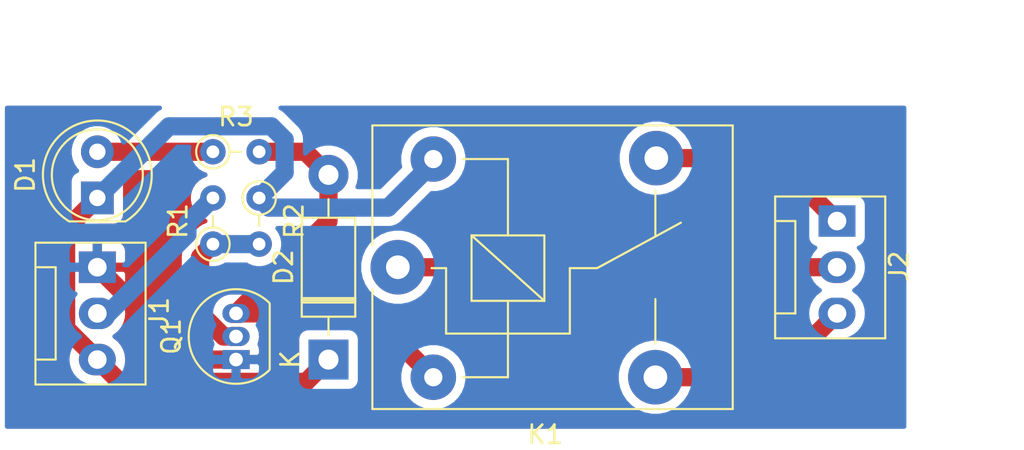
<source format=kicad_pcb>
(kicad_pcb (version 20171130) (host pcbnew 5.1.9+dfsg1-1+deb11u1)

  (general
    (thickness 1.6)
    (drawings 7)
    (tracks 38)
    (zones 0)
    (modules 9)
    (nets 10)
  )

  (page A4)
  (layers
    (0 F.Cu signal)
    (31 B.Cu signal)
    (32 B.Adhes user)
    (33 F.Adhes user)
    (34 B.Paste user)
    (35 F.Paste user)
    (36 B.SilkS user)
    (37 F.SilkS user)
    (38 B.Mask user)
    (39 F.Mask user)
    (40 Dwgs.User user)
    (41 Cmts.User user)
    (42 Eco1.User user)
    (43 Eco2.User user)
    (44 Edge.Cuts user)
    (45 Margin user)
    (46 B.CrtYd user)
    (47 F.CrtYd user)
    (48 B.Fab user)
    (49 F.Fab user)
  )

  (setup
    (last_trace_width 1)
    (trace_clearance 0.2)
    (zone_clearance 0.508)
    (zone_45_only no)
    (trace_min 0.2)
    (via_size 0.8)
    (via_drill 0.4)
    (via_min_size 0.4)
    (via_min_drill 0.3)
    (uvia_size 0.3)
    (uvia_drill 0.1)
    (uvias_allowed no)
    (uvia_min_size 0.2)
    (uvia_min_drill 0.1)
    (edge_width 0.05)
    (segment_width 0.2)
    (pcb_text_width 0.3)
    (pcb_text_size 1.5 1.5)
    (mod_edge_width 0.12)
    (mod_text_size 1 1)
    (mod_text_width 0.15)
    (pad_size 1.524 1.524)
    (pad_drill 0.762)
    (pad_to_mask_clearance 0)
    (aux_axis_origin 0 0)
    (visible_elements FFFFFF7F)
    (pcbplotparams
      (layerselection 0x010fc_ffffffff)
      (usegerberextensions false)
      (usegerberattributes true)
      (usegerberadvancedattributes true)
      (creategerberjobfile true)
      (excludeedgelayer true)
      (linewidth 0.100000)
      (plotframeref false)
      (viasonmask false)
      (mode 1)
      (useauxorigin false)
      (hpglpennumber 1)
      (hpglpenspeed 20)
      (hpglpendiameter 15.000000)
      (psnegative false)
      (psa4output false)
      (plotreference true)
      (plotvalue true)
      (plotinvisibletext false)
      (padsonsilk false)
      (subtractmaskfromsilk false)
      (outputformat 1)
      (mirror false)
      (drillshape 1)
      (scaleselection 1)
      (outputdirectory ""))
  )

  (net 0 "")
  (net 1 +12V)
  (net 2 "Net-(D1-Pad2)")
  (net 3 "Net-(D2-Pad2)")
  (net 4 GND)
  (net 5 "Net-(J1-Pad2)")
  (net 6 "Net-(J2-Pad3)")
  (net 7 "Net-(J2-Pad2)")
  (net 8 "Net-(J2-Pad1)")
  (net 9 "Net-(Q1-Pad2)")

  (net_class Default "This is the default net class."
    (clearance 0.2)
    (trace_width 1)
    (via_dia 0.8)
    (via_drill 0.4)
    (uvia_dia 0.3)
    (uvia_drill 0.1)
    (add_net "Net-(D1-Pad2)")
    (add_net "Net-(D2-Pad2)")
    (add_net "Net-(J1-Pad2)")
    (add_net "Net-(J2-Pad1)")
    (add_net "Net-(J2-Pad2)")
    (add_net "Net-(J2-Pad3)")
    (add_net "Net-(Q1-Pad2)")
  )

  (net_class GND ""
    (clearance 0.2)
    (trace_width 1)
    (via_dia 0.8)
    (via_drill 0.4)
    (uvia_dia 0.3)
    (uvia_drill 0.1)
    (add_net GND)
  )

  (net_class pwr ""
    (clearance 0.2)
    (trace_width 1)
    (via_dia 0.8)
    (via_drill 0.4)
    (uvia_dia 0.3)
    (uvia_drill 0.1)
    (add_net +12V)
  )

  (module LED_THT:LED_D5.0mm (layer F.Cu) (tedit 5995936A) (tstamp 6346EAC6)
    (at 220.98 -17.78 90)
    (descr "LED, diameter 5.0mm, 2 pins, http://cdn-reichelt.de/documents/datenblatt/A500/LL-504BC2E-009.pdf")
    (tags "LED diameter 5.0mm 2 pins")
    (path /634638A8)
    (fp_text reference D1 (at 1.27 -3.96 90) (layer F.SilkS)
      (effects (font (size 1 1) (thickness 0.15)))
    )
    (fp_text value LED (at 1.27 3.96 90) (layer F.Fab)
      (effects (font (size 1 1) (thickness 0.15)))
    )
    (fp_line (start 4.5 -3.25) (end -1.95 -3.25) (layer F.CrtYd) (width 0.05))
    (fp_line (start 4.5 3.25) (end 4.5 -3.25) (layer F.CrtYd) (width 0.05))
    (fp_line (start -1.95 3.25) (end 4.5 3.25) (layer F.CrtYd) (width 0.05))
    (fp_line (start -1.95 -3.25) (end -1.95 3.25) (layer F.CrtYd) (width 0.05))
    (fp_line (start -1.29 -1.545) (end -1.29 1.545) (layer F.SilkS) (width 0.12))
    (fp_line (start -1.23 -1.469694) (end -1.23 1.469694) (layer F.Fab) (width 0.1))
    (fp_circle (center 1.27 0) (end 3.77 0) (layer F.SilkS) (width 0.12))
    (fp_circle (center 1.27 0) (end 3.77 0) (layer F.Fab) (width 0.1))
    (fp_arc (start 1.27 0) (end -1.23 -1.469694) (angle 299.1) (layer F.Fab) (width 0.1))
    (fp_arc (start 1.27 0) (end -1.29 -1.54483) (angle 148.9) (layer F.SilkS) (width 0.12))
    (fp_arc (start 1.27 0) (end -1.29 1.54483) (angle -148.9) (layer F.SilkS) (width 0.12))
    (fp_text user %R (at 1.25 0 90) (layer F.Fab)
      (effects (font (size 0.8 0.8) (thickness 0.2)))
    )
    (pad 1 thru_hole rect (at 0 0 90) (size 1.8 1.8) (drill 0.9) (layers *.Cu *.Mask)
      (net 1 +12V))
    (pad 2 thru_hole circle (at 2.54 0 90) (size 1.8 1.8) (drill 0.9) (layers *.Cu *.Mask)
      (net 2 "Net-(D1-Pad2)"))
    (model ${KISYS3DMOD}/LED_THT.3dshapes/LED_D5.0mm.wrl
      (at (xyz 0 0 0))
      (scale (xyz 1 1 1))
      (rotate (xyz 0 0 0))
    )
  )

  (module Diode_THT:D_DO-41_SOD81_P10.16mm_Horizontal (layer F.Cu) (tedit 5AE50CD5) (tstamp 6346BFEE)
    (at 233.68 -8.89 90)
    (descr "Diode, DO-41_SOD81 series, Axial, Horizontal, pin pitch=10.16mm, , length*diameter=5.2*2.7mm^2, , http://www.diodes.com/_files/packages/DO-41%20(Plastic).pdf")
    (tags "Diode DO-41_SOD81 series Axial Horizontal pin pitch 10.16mm  length 5.2mm diameter 2.7mm")
    (path /634632D2)
    (fp_text reference D2 (at 5.08 -2.47 90) (layer F.SilkS)
      (effects (font (size 1 1) (thickness 0.15)))
    )
    (fp_text value 1N4001 (at 5.08 2.47 90) (layer F.Fab)
      (effects (font (size 1 1) (thickness 0.15)))
    )
    (fp_line (start 11.51 -1.6) (end -1.35 -1.6) (layer F.CrtYd) (width 0.05))
    (fp_line (start 11.51 1.6) (end 11.51 -1.6) (layer F.CrtYd) (width 0.05))
    (fp_line (start -1.35 1.6) (end 11.51 1.6) (layer F.CrtYd) (width 0.05))
    (fp_line (start -1.35 -1.6) (end -1.35 1.6) (layer F.CrtYd) (width 0.05))
    (fp_line (start 3.14 -1.47) (end 3.14 1.47) (layer F.SilkS) (width 0.12))
    (fp_line (start 3.38 -1.47) (end 3.38 1.47) (layer F.SilkS) (width 0.12))
    (fp_line (start 3.26 -1.47) (end 3.26 1.47) (layer F.SilkS) (width 0.12))
    (fp_line (start 8.82 0) (end 7.8 0) (layer F.SilkS) (width 0.12))
    (fp_line (start 1.34 0) (end 2.36 0) (layer F.SilkS) (width 0.12))
    (fp_line (start 7.8 -1.47) (end 2.36 -1.47) (layer F.SilkS) (width 0.12))
    (fp_line (start 7.8 1.47) (end 7.8 -1.47) (layer F.SilkS) (width 0.12))
    (fp_line (start 2.36 1.47) (end 7.8 1.47) (layer F.SilkS) (width 0.12))
    (fp_line (start 2.36 -1.47) (end 2.36 1.47) (layer F.SilkS) (width 0.12))
    (fp_line (start 3.16 -1.35) (end 3.16 1.35) (layer F.Fab) (width 0.1))
    (fp_line (start 3.36 -1.35) (end 3.36 1.35) (layer F.Fab) (width 0.1))
    (fp_line (start 3.26 -1.35) (end 3.26 1.35) (layer F.Fab) (width 0.1))
    (fp_line (start 10.16 0) (end 7.68 0) (layer F.Fab) (width 0.1))
    (fp_line (start 0 0) (end 2.48 0) (layer F.Fab) (width 0.1))
    (fp_line (start 7.68 -1.35) (end 2.48 -1.35) (layer F.Fab) (width 0.1))
    (fp_line (start 7.68 1.35) (end 7.68 -1.35) (layer F.Fab) (width 0.1))
    (fp_line (start 2.48 1.35) (end 7.68 1.35) (layer F.Fab) (width 0.1))
    (fp_line (start 2.48 -1.35) (end 2.48 1.35) (layer F.Fab) (width 0.1))
    (fp_text user %R (at 5.47 0 90) (layer F.Fab)
      (effects (font (size 1 1) (thickness 0.15)))
    )
    (fp_text user K (at 0 -2.1 90) (layer F.Fab)
      (effects (font (size 1 1) (thickness 0.15)))
    )
    (fp_text user K (at 0 -2.1 90) (layer F.SilkS)
      (effects (font (size 1 1) (thickness 0.15)))
    )
    (pad 1 thru_hole rect (at 0 0 90) (size 2.2 2.2) (drill 1.1) (layers *.Cu *.Mask)
      (net 1 +12V))
    (pad 2 thru_hole oval (at 10.16 0 90) (size 2.2 2.2) (drill 1.1) (layers *.Cu *.Mask)
      (net 3 "Net-(D2-Pad2)"))
    (model ${KISYS3DMOD}/Diode_THT.3dshapes/D_DO-41_SOD81_P10.16mm_Horizontal.wrl
      (at (xyz 0 0 0))
      (scale (xyz 1 1 1))
      (rotate (xyz 0 0 0))
    )
  )

  (module Connector:FanPinHeader_1x03_P2.54mm_Vertical (layer F.Cu) (tedit 5A19DCDF) (tstamp 6346EA83)
    (at 220.98 -13.97 270)
    (descr "3-pin CPU fan Through hole pin header, see http://www.formfactors.org/developer%5Cspecs%5Crev1_2_public.pdf")
    (tags "pin header 3-pin CPU fan")
    (path /63464345)
    (fp_text reference J1 (at 2.5 -3.4 90) (layer F.SilkS)
      (effects (font (size 1 1) (thickness 0.15)))
    )
    (fp_text value "IN VCC" (at 2.55 4.5 90) (layer F.Fab)
      (effects (font (size 1 1) (thickness 0.15)))
    )
    (fp_line (start 6.85 -3.05) (end 6.85 3.8) (layer F.CrtYd) (width 0.05))
    (fp_line (start 6.85 -3.05) (end -1.75 -3.05) (layer F.CrtYd) (width 0.05))
    (fp_line (start -1.75 3.8) (end 6.85 3.8) (layer F.CrtYd) (width 0.05))
    (fp_line (start -1.75 3.8) (end -1.75 -3.05) (layer F.CrtYd) (width 0.05))
    (fp_line (start 5.08 2.29) (end 5.08 3.3) (layer F.SilkS) (width 0.12))
    (fp_line (start 0 2.29) (end 5.08 2.29) (layer F.SilkS) (width 0.12))
    (fp_line (start 0 3.3) (end 0 2.29) (layer F.SilkS) (width 0.12))
    (fp_line (start 6.35 3.3) (end -1.25 3.3) (layer F.Fab) (width 0.1))
    (fp_line (start 6.35 -2.55) (end 6.35 3.3) (layer F.Fab) (width 0.1))
    (fp_line (start -1.25 -2.55) (end 6.35 -2.55) (layer F.Fab) (width 0.1))
    (fp_line (start -1.25 3.3) (end -1.25 -2.55) (layer F.Fab) (width 0.1))
    (fp_line (start 0 2.3) (end 0 3.3) (layer F.Fab) (width 0.1))
    (fp_line (start 5.05 2.3) (end 0 2.3) (layer F.Fab) (width 0.1))
    (fp_line (start 5.05 3.3) (end 5.05 2.3) (layer F.Fab) (width 0.1))
    (fp_line (start 6.45 3.4) (end -1.35 3.4) (layer F.SilkS) (width 0.12))
    (fp_line (start 6.45 -2.65) (end 6.45 3.4) (layer F.SilkS) (width 0.12))
    (fp_line (start -1.35 -2.65) (end 6.45 -2.65) (layer F.SilkS) (width 0.12))
    (fp_line (start -1.35 3.4) (end -1.35 -2.65) (layer F.SilkS) (width 0.12))
    (fp_text user %R (at 2.45 1.8 90) (layer F.Fab)
      (effects (font (size 1 1) (thickness 0.15)))
    )
    (pad 1 thru_hole rect (at 0 0) (size 2.03 1.73) (drill 1.02) (layers *.Cu *.Mask)
      (net 4 GND))
    (pad 2 thru_hole oval (at 2.54 0) (size 2.03 1.73) (drill 1.02) (layers *.Cu *.Mask)
      (net 5 "Net-(J1-Pad2)"))
    (pad 3 thru_hole oval (at 5.08 0) (size 2.03 1.73) (drill 1.02) (layers *.Cu *.Mask)
      (net 1 +12V))
    (model ${KISYS3DMOD}/Connector.3dshapes/FanPinHeader_1x03_P2.54mm_Vertical.wrl
      (at (xyz 0 0 0))
      (scale (xyz 1 1 1))
      (rotate (xyz 0 0 0))
    )
  )

  (module Connector:FanPinHeader_1x03_P2.54mm_Vertical (layer F.Cu) (tedit 5A19DCDF) (tstamp 6346C022)
    (at 261.62 -16.51 270)
    (descr "3-pin CPU fan Through hole pin header, see http://www.formfactors.org/developer%5Cspecs%5Crev1_2_public.pdf")
    (tags "pin header 3-pin CPU fan")
    (path /634651BD)
    (fp_text reference J2 (at 2.5 -3.4 90) (layer F.SilkS)
      (effects (font (size 1 1) (thickness 0.15)))
    )
    (fp_text value "OUT PINS" (at 2.55 4.5 90) (layer F.Fab)
      (effects (font (size 1 1) (thickness 0.15)))
    )
    (fp_text user %R (at 2.45 1.8) (layer F.Fab)
      (effects (font (size 1 1) (thickness 0.15)))
    )
    (fp_line (start -1.35 3.4) (end -1.35 -2.65) (layer F.SilkS) (width 0.12))
    (fp_line (start -1.35 -2.65) (end 6.45 -2.65) (layer F.SilkS) (width 0.12))
    (fp_line (start 6.45 -2.65) (end 6.45 3.4) (layer F.SilkS) (width 0.12))
    (fp_line (start 6.45 3.4) (end -1.35 3.4) (layer F.SilkS) (width 0.12))
    (fp_line (start 5.05 3.3) (end 5.05 2.3) (layer F.Fab) (width 0.1))
    (fp_line (start 5.05 2.3) (end 0 2.3) (layer F.Fab) (width 0.1))
    (fp_line (start 0 2.3) (end 0 3.3) (layer F.Fab) (width 0.1))
    (fp_line (start -1.25 3.3) (end -1.25 -2.55) (layer F.Fab) (width 0.1))
    (fp_line (start -1.25 -2.55) (end 6.35 -2.55) (layer F.Fab) (width 0.1))
    (fp_line (start 6.35 -2.55) (end 6.35 3.3) (layer F.Fab) (width 0.1))
    (fp_line (start 6.35 3.3) (end -1.25 3.3) (layer F.Fab) (width 0.1))
    (fp_line (start 0 3.3) (end 0 2.29) (layer F.SilkS) (width 0.12))
    (fp_line (start 0 2.29) (end 5.08 2.29) (layer F.SilkS) (width 0.12))
    (fp_line (start 5.08 2.29) (end 5.08 3.3) (layer F.SilkS) (width 0.12))
    (fp_line (start -1.75 3.8) (end -1.75 -3.05) (layer F.CrtYd) (width 0.05))
    (fp_line (start -1.75 3.8) (end 6.85 3.8) (layer F.CrtYd) (width 0.05))
    (fp_line (start 6.85 -3.05) (end -1.75 -3.05) (layer F.CrtYd) (width 0.05))
    (fp_line (start 6.85 -3.05) (end 6.85 3.8) (layer F.CrtYd) (width 0.05))
    (pad 3 thru_hole oval (at 5.08 0) (size 2.03 1.73) (drill 1.02) (layers *.Cu *.Mask)
      (net 6 "Net-(J2-Pad3)"))
    (pad 2 thru_hole oval (at 2.54 0) (size 2.03 1.73) (drill 1.02) (layers *.Cu *.Mask)
      (net 7 "Net-(J2-Pad2)"))
    (pad 1 thru_hole rect (at 0 0) (size 2.03 1.73) (drill 1.02) (layers *.Cu *.Mask)
      (net 8 "Net-(J2-Pad1)"))
    (model ${KISYS3DMOD}/Connector.3dshapes/FanPinHeader_1x03_P2.54mm_Vertical.wrl
      (at (xyz 0 0 0))
      (scale (xyz 1 1 1))
      (rotate (xyz 0 0 0))
    )
  )

  (module Relay_THT:Relay_SPDT_SANYOU_SRD_Series_Form_C (layer F.Cu) (tedit 58FA3148) (tstamp 6346C04B)
    (at 237.49 -13.97)
    (descr "relay Sanyou SRD series Form C http://www.sanyourelay.ca/public/products/pdf/SRD.pdf")
    (tags "relay Sanyu SRD form C")
    (path /634689F2)
    (fp_text reference K1 (at 8.1 9.2) (layer F.SilkS)
      (effects (font (size 1 1) (thickness 0.15)))
    )
    (fp_text value SANYOU_SRD_Form_C (at 8 -9.6) (layer F.Fab)
      (effects (font (size 1 1) (thickness 0.15)))
    )
    (fp_line (start 8.05 1.85) (end 4.05 1.85) (layer F.SilkS) (width 0.12))
    (fp_line (start 8.05 -1.75) (end 8.05 1.85) (layer F.SilkS) (width 0.12))
    (fp_line (start 4.05 -1.75) (end 8.05 -1.75) (layer F.SilkS) (width 0.12))
    (fp_line (start 4.05 1.85) (end 4.05 -1.75) (layer F.SilkS) (width 0.12))
    (fp_line (start 8.05 1.85) (end 4.05 -1.75) (layer F.SilkS) (width 0.12))
    (fp_line (start 6.05 1.85) (end 6.05 6.05) (layer F.SilkS) (width 0.12))
    (fp_line (start 6.05 -5.95) (end 6.05 -1.75) (layer F.SilkS) (width 0.12))
    (fp_line (start 2.65 0.05) (end 2.65 3.65) (layer F.SilkS) (width 0.12))
    (fp_line (start 9.45 0.05) (end 9.45 3.65) (layer F.SilkS) (width 0.12))
    (fp_line (start 9.45 3.65) (end 2.65 3.65) (layer F.SilkS) (width 0.12))
    (fp_line (start 10.95 0.05) (end 15.55 -2.45) (layer F.SilkS) (width 0.12))
    (fp_line (start 9.45 0.05) (end 10.95 0.05) (layer F.SilkS) (width 0.12))
    (fp_line (start 6.05 -5.95) (end 3.55 -5.95) (layer F.SilkS) (width 0.12))
    (fp_line (start 2.65 0.05) (end 1.85 0.05) (layer F.SilkS) (width 0.12))
    (fp_line (start 3.55 6.05) (end 6.05 6.05) (layer F.SilkS) (width 0.12))
    (fp_line (start 14.15 -4.2) (end 14.15 -1.7) (layer F.SilkS) (width 0.12))
    (fp_line (start 14.15 4.2) (end 14.15 1.75) (layer F.SilkS) (width 0.12))
    (fp_line (start -1.55 7.95) (end 18.55 7.95) (layer F.CrtYd) (width 0.05))
    (fp_line (start 18.55 -7.95) (end 18.55 7.95) (layer F.CrtYd) (width 0.05))
    (fp_line (start -1.55 7.95) (end -1.55 -7.95) (layer F.CrtYd) (width 0.05))
    (fp_line (start 18.55 -7.95) (end -1.55 -7.95) (layer F.CrtYd) (width 0.05))
    (fp_line (start -1.3 7.7) (end -1.3 -7.7) (layer F.Fab) (width 0.12))
    (fp_line (start 18.3 7.7) (end -1.3 7.7) (layer F.Fab) (width 0.12))
    (fp_line (start 18.3 -7.7) (end 18.3 7.7) (layer F.Fab) (width 0.12))
    (fp_line (start -1.3 -7.7) (end 18.3 -7.7) (layer F.Fab) (width 0.12))
    (fp_line (start 18.4 7.8) (end -1.4 7.8) (layer F.SilkS) (width 0.12))
    (fp_line (start 18.4 -7.8) (end 18.4 7.8) (layer F.SilkS) (width 0.12))
    (fp_line (start -1.4 -7.8) (end 18.4 -7.8) (layer F.SilkS) (width 0.12))
    (fp_line (start -1.4 -7.8) (end -1.4 -1.2) (layer F.SilkS) (width 0.12))
    (fp_line (start -1.4 1.2) (end -1.4 7.8) (layer F.SilkS) (width 0.12))
    (fp_text user 1 (at 0 -2.3) (layer F.Fab)
      (effects (font (size 1 1) (thickness 0.15)))
    )
    (fp_text user %R (at 7.1 0.025) (layer F.Fab)
      (effects (font (size 1 1) (thickness 0.15)))
    )
    (pad 2 thru_hole circle (at 1.95 6.05 90) (size 2.5 2.5) (drill 1) (layers *.Cu *.Mask)
      (net 3 "Net-(D2-Pad2)"))
    (pad 3 thru_hole circle (at 14.15 6.05 90) (size 3 3) (drill 1.3) (layers *.Cu *.Mask)
      (net 6 "Net-(J2-Pad3)"))
    (pad 4 thru_hole circle (at 14.2 -6 90) (size 3 3) (drill 1.3) (layers *.Cu *.Mask)
      (net 8 "Net-(J2-Pad1)"))
    (pad 5 thru_hole circle (at 1.95 -5.95 90) (size 2.5 2.5) (drill 1) (layers *.Cu *.Mask)
      (net 1 +12V))
    (pad 1 thru_hole circle (at 0 0 90) (size 3 3) (drill 1.3) (layers *.Cu *.Mask)
      (net 7 "Net-(J2-Pad2)"))
    (model ${KISYS3DMOD}/Relay_THT.3dshapes/Relay_SPDT_SANYOU_SRD_Series_Form_C.wrl
      (at (xyz 0 0 0))
      (scale (xyz 1 1 1))
      (rotate (xyz 0 0 0))
    )
  )

  (module Package_TO_SOT_THT:TO-92_Inline (layer F.Cu) (tedit 5A1DD157) (tstamp 6346ED15)
    (at 228.6 -8.89 90)
    (descr "TO-92 leads in-line, narrow, oval pads, drill 0.75mm (see NXP sot054_po.pdf)")
    (tags "to-92 sc-43 sc-43a sot54 PA33 transistor")
    (path /634628E2)
    (fp_text reference Q1 (at 1.27 -3.56 90) (layer F.SilkS)
      (effects (font (size 1 1) (thickness 0.15)))
    )
    (fp_text value 2N3904 (at 1.27 2.79 90) (layer F.Fab)
      (effects (font (size 1 1) (thickness 0.15)))
    )
    (fp_line (start 4 2.01) (end -1.46 2.01) (layer F.CrtYd) (width 0.05))
    (fp_line (start 4 2.01) (end 4 -2.73) (layer F.CrtYd) (width 0.05))
    (fp_line (start -1.46 -2.73) (end -1.46 2.01) (layer F.CrtYd) (width 0.05))
    (fp_line (start -1.46 -2.73) (end 4 -2.73) (layer F.CrtYd) (width 0.05))
    (fp_line (start -0.5 1.75) (end 3 1.75) (layer F.Fab) (width 0.1))
    (fp_line (start -0.53 1.85) (end 3.07 1.85) (layer F.SilkS) (width 0.12))
    (fp_text user %R (at 1.27 0 90) (layer F.Fab)
      (effects (font (size 1 1) (thickness 0.15)))
    )
    (fp_arc (start 1.27 0) (end 1.27 -2.48) (angle 135) (layer F.Fab) (width 0.1))
    (fp_arc (start 1.27 0) (end 1.27 -2.6) (angle -135) (layer F.SilkS) (width 0.12))
    (fp_arc (start 1.27 0) (end 1.27 -2.48) (angle -135) (layer F.Fab) (width 0.1))
    (fp_arc (start 1.27 0) (end 1.27 -2.6) (angle 135) (layer F.SilkS) (width 0.12))
    (pad 2 thru_hole oval (at 1.27 0 90) (size 1.05 1.5) (drill 0.75) (layers *.Cu *.Mask)
      (net 9 "Net-(Q1-Pad2)"))
    (pad 3 thru_hole oval (at 2.54 0 90) (size 1.05 1.5) (drill 0.75) (layers *.Cu *.Mask)
      (net 3 "Net-(D2-Pad2)"))
    (pad 1 thru_hole rect (at 0 0 90) (size 1.05 1.5) (drill 0.75) (layers *.Cu *.Mask)
      (net 4 GND))
    (model ${KISYS3DMOD}/Package_TO_SOT_THT.3dshapes/TO-92_Inline.wrl
      (at (xyz 0 0 0))
      (scale (xyz 1 1 1))
      (rotate (xyz 0 0 0))
    )
  )

  (module Resistor_THT:R_Axial_DIN0204_L3.6mm_D1.6mm_P2.54mm_Vertical (layer F.Cu) (tedit 5AE5139B) (tstamp 6346EDCA)
    (at 227.33 -15.24 90)
    (descr "Resistor, Axial_DIN0204 series, Axial, Vertical, pin pitch=2.54mm, 0.167W, length*diameter=3.6*1.6mm^2, http://cdn-reichelt.de/documents/datenblatt/B400/1_4W%23YAG.pdf")
    (tags "Resistor Axial_DIN0204 series Axial Vertical pin pitch 2.54mm 0.167W length 3.6mm diameter 1.6mm")
    (path /63469BE9)
    (fp_text reference R1 (at 1.27 -1.92 90) (layer F.SilkS)
      (effects (font (size 1 1) (thickness 0.15)))
    )
    (fp_text value 2.2K (at 1.27 1.92 90) (layer F.Fab)
      (effects (font (size 1 1) (thickness 0.15)))
    )
    (fp_text user %R (at 1.27 -1.92 90) (layer F.Fab)
      (effects (font (size 1 1) (thickness 0.15)))
    )
    (fp_circle (center 0 0) (end 0.8 0) (layer F.Fab) (width 0.1))
    (fp_circle (center 0 0) (end 0.92 0) (layer F.SilkS) (width 0.12))
    (fp_line (start 0 0) (end 2.54 0) (layer F.Fab) (width 0.1))
    (fp_line (start 0.92 0) (end 1.54 0) (layer F.SilkS) (width 0.12))
    (fp_line (start -1.05 -1.05) (end -1.05 1.05) (layer F.CrtYd) (width 0.05))
    (fp_line (start -1.05 1.05) (end 3.49 1.05) (layer F.CrtYd) (width 0.05))
    (fp_line (start 3.49 1.05) (end 3.49 -1.05) (layer F.CrtYd) (width 0.05))
    (fp_line (start 3.49 -1.05) (end -1.05 -1.05) (layer F.CrtYd) (width 0.05))
    (pad 2 thru_hole oval (at 2.54 0 90) (size 1.4 1.4) (drill 0.7) (layers *.Cu *.Mask)
      (net 5 "Net-(J1-Pad2)"))
    (pad 1 thru_hole circle (at 0 0 90) (size 1.4 1.4) (drill 0.7) (layers *.Cu *.Mask)
      (net 9 "Net-(Q1-Pad2)"))
    (model ${KISYS3DMOD}/Resistor_THT.3dshapes/R_Axial_DIN0204_L3.6mm_D1.6mm_P2.54mm_Vertical.wrl
      (at (xyz 0 0 0))
      (scale (xyz 1 1 1))
      (rotate (xyz 0 0 0))
    )
  )

  (module Resistor_THT:R_Axial_DIN0204_L3.6mm_D1.6mm_P2.54mm_Vertical (layer F.Cu) (tedit 5AE5139B) (tstamp 6346EE11)
    (at 229.87 -17.78 270)
    (descr "Resistor, Axial_DIN0204 series, Axial, Vertical, pin pitch=2.54mm, 0.167W, length*diameter=3.6*1.6mm^2, http://cdn-reichelt.de/documents/datenblatt/B400/1_4W%23YAG.pdf")
    (tags "Resistor Axial_DIN0204 series Axial Vertical pin pitch 2.54mm 0.167W length 3.6mm diameter 1.6mm")
    (path /6346213E)
    (fp_text reference R2 (at 1.27 -1.92 90) (layer F.SilkS)
      (effects (font (size 1 1) (thickness 0.15)))
    )
    (fp_text value 3.3K (at 1.27 1.92 90) (layer F.Fab)
      (effects (font (size 1 1) (thickness 0.15)))
    )
    (fp_line (start 3.49 -1.05) (end -1.05 -1.05) (layer F.CrtYd) (width 0.05))
    (fp_line (start 3.49 1.05) (end 3.49 -1.05) (layer F.CrtYd) (width 0.05))
    (fp_line (start -1.05 1.05) (end 3.49 1.05) (layer F.CrtYd) (width 0.05))
    (fp_line (start -1.05 -1.05) (end -1.05 1.05) (layer F.CrtYd) (width 0.05))
    (fp_line (start 0.92 0) (end 1.54 0) (layer F.SilkS) (width 0.12))
    (fp_line (start 0 0) (end 2.54 0) (layer F.Fab) (width 0.1))
    (fp_circle (center 0 0) (end 0.92 0) (layer F.SilkS) (width 0.12))
    (fp_circle (center 0 0) (end 0.8 0) (layer F.Fab) (width 0.1))
    (fp_text user %R (at 1.27 -1.92 90) (layer F.Fab)
      (effects (font (size 1 1) (thickness 0.15)))
    )
    (pad 1 thru_hole circle (at 0 0 270) (size 1.4 1.4) (drill 0.7) (layers *.Cu *.Mask)
      (net 1 +12V))
    (pad 2 thru_hole oval (at 2.54 0 270) (size 1.4 1.4) (drill 0.7) (layers *.Cu *.Mask)
      (net 9 "Net-(Q1-Pad2)"))
    (model ${KISYS3DMOD}/Resistor_THT.3dshapes/R_Axial_DIN0204_L3.6mm_D1.6mm_P2.54mm_Vertical.wrl
      (at (xyz 0 0 0))
      (scale (xyz 1 1 1))
      (rotate (xyz 0 0 0))
    )
  )

  (module Resistor_THT:R_Axial_DIN0204_L3.6mm_D1.6mm_P2.54mm_Vertical (layer F.Cu) (tedit 5AE5139B) (tstamp 6346EA1B)
    (at 227.33 -20.32)
    (descr "Resistor, Axial_DIN0204 series, Axial, Vertical, pin pitch=2.54mm, 0.167W, length*diameter=3.6*1.6mm^2, http://cdn-reichelt.de/documents/datenblatt/B400/1_4W%23YAG.pdf")
    (tags "Resistor Axial_DIN0204 series Axial Vertical pin pitch 2.54mm 0.167W length 3.6mm diameter 1.6mm")
    (path /63487919)
    (fp_text reference R3 (at 1.27 -1.92) (layer F.SilkS)
      (effects (font (size 1 1) (thickness 0.15)))
    )
    (fp_text value 220 (at 1.27 1.92) (layer F.Fab)
      (effects (font (size 1 1) (thickness 0.15)))
    )
    (fp_line (start 3.49 -1.05) (end -1.05 -1.05) (layer F.CrtYd) (width 0.05))
    (fp_line (start 3.49 1.05) (end 3.49 -1.05) (layer F.CrtYd) (width 0.05))
    (fp_line (start -1.05 1.05) (end 3.49 1.05) (layer F.CrtYd) (width 0.05))
    (fp_line (start -1.05 -1.05) (end -1.05 1.05) (layer F.CrtYd) (width 0.05))
    (fp_line (start 0.92 0) (end 1.54 0) (layer F.SilkS) (width 0.12))
    (fp_line (start 0 0) (end 2.54 0) (layer F.Fab) (width 0.1))
    (fp_circle (center 0 0) (end 0.92 0) (layer F.SilkS) (width 0.12))
    (fp_circle (center 0 0) (end 0.8 0) (layer F.Fab) (width 0.1))
    (fp_text user %R (at 1.27 -1.92) (layer F.Fab)
      (effects (font (size 1 1) (thickness 0.15)))
    )
    (pad 1 thru_hole circle (at 0 0) (size 1.4 1.4) (drill 0.7) (layers *.Cu *.Mask)
      (net 2 "Net-(D1-Pad2)"))
    (pad 2 thru_hole oval (at 2.54 0) (size 1.4 1.4) (drill 0.7) (layers *.Cu *.Mask)
      (net 3 "Net-(D2-Pad2)"))
    (model ${KISYS3DMOD}/Resistor_THT.3dshapes/R_Axial_DIN0204_L3.6mm_D1.6mm_P2.54mm_Vertical.wrl
      (at (xyz 0 0 0))
      (scale (xyz 1 1 1))
      (rotate (xyz 0 0 0))
    )
  )

  (dimension 17.78 (width 0.15) (layer Dwgs.User)
    (gr_text "17.780 mm" (at 270.54 -13.97 270) (layer Dwgs.User)
      (effects (font (size 1 1) (thickness 0.15)))
    )
    (feature1 (pts (xy 265.43 -5.08) (xy 269.826421 -5.08)))
    (feature2 (pts (xy 265.43 -22.86) (xy 269.826421 -22.86)))
    (crossbar (pts (xy 269.24 -22.86) (xy 269.24 -5.08)))
    (arrow1a (pts (xy 269.24 -5.08) (xy 268.653579 -6.206504)))
    (arrow1b (pts (xy 269.24 -5.08) (xy 269.826421 -6.206504)))
    (arrow2a (pts (xy 269.24 -22.86) (xy 268.653579 -21.733496)))
    (arrow2b (pts (xy 269.24 -22.86) (xy 269.826421 -21.733496)))
  )
  (dimension 49.53 (width 0.15) (layer Dwgs.User)
    (gr_text "49.530 mm" (at 240.665 -27.97) (layer Dwgs.User)
      (effects (font (size 1 1) (thickness 0.15)))
    )
    (feature1 (pts (xy 265.43 -22.86) (xy 265.43 -27.256421)))
    (feature2 (pts (xy 215.9 -22.86) (xy 215.9 -27.256421)))
    (crossbar (pts (xy 215.9 -26.67) (xy 265.43 -26.67)))
    (arrow1a (pts (xy 265.43 -26.67) (xy 264.303496 -26.083579)))
    (arrow1b (pts (xy 265.43 -26.67) (xy 264.303496 -27.256421)))
    (arrow2a (pts (xy 215.9 -26.67) (xy 217.026504 -26.083579)))
    (arrow2b (pts (xy 215.9 -26.67) (xy 217.026504 -27.256421)))
  )
  (gr_line (start 215.9 -22.86) (end 255.27 -22.86) (layer Dwgs.User) (width 0.15))
  (gr_line (start 215.9 -5.08) (end 215.9 -22.86) (layer Dwgs.User) (width 0.15))
  (gr_line (start 265.43 -5.08) (end 215.9 -5.08) (layer Dwgs.User) (width 0.15))
  (gr_line (start 265.43 -22.86) (end 265.43 -5.08) (layer Dwgs.User) (width 0.15))
  (gr_line (start 254 -22.86) (end 265.43 -22.86) (layer Dwgs.User) (width 0.15))

  (segment (start 219.26499 -16.06499) (end 220.98 -17.78) (width 1) (layer F.Cu) (net 1))
  (segment (start 219.26499 -10.60501) (end 219.26499 -16.06499) (width 1) (layer F.Cu) (net 1))
  (segment (start 220.98 -8.89) (end 219.26499 -10.60501) (width 1) (layer F.Cu) (net 1))
  (segment (start 232.454999 -7.664999) (end 233.68 -8.89) (width 1) (layer F.Cu) (net 1))
  (segment (start 222.205001 -7.664999) (end 232.454999 -7.664999) (width 1) (layer F.Cu) (net 1))
  (segment (start 220.98 -8.89) (end 222.205001 -7.664999) (width 1) (layer F.Cu) (net 1))
  (segment (start 231.270001 -19.180001) (end 229.87 -17.78) (width 1) (layer B.Cu) (net 1))
  (segment (start 231.270001 -20.992001) (end 231.270001 -19.180001) (width 1) (layer B.Cu) (net 1))
  (segment (start 230.542001 -21.720001) (end 231.270001 -20.992001) (width 1) (layer B.Cu) (net 1))
  (segment (start 224.920001 -21.720001) (end 230.542001 -21.720001) (width 1) (layer B.Cu) (net 1))
  (segment (start 220.98 -17.78) (end 224.920001 -21.720001) (width 1) (layer B.Cu) (net 1))
  (segment (start 239.44 -19.73) (end 239.44 -19.92) (width 1) (layer B.Cu) (net 1))
  (segment (start 236.959999 -17.249999) (end 239.44 -19.73) (width 1) (layer B.Cu) (net 1))
  (segment (start 230.400001 -17.249999) (end 236.959999 -17.249999) (width 1) (layer B.Cu) (net 1))
  (segment (start 229.87 -17.78) (end 230.400001 -17.249999) (width 1) (layer B.Cu) (net 1))
  (segment (start 220.98 -20.32) (end 227.33 -20.32) (width 1) (layer F.Cu) (net 2))
  (segment (start 232.41 -20.32) (end 233.68 -19.05) (width 1) (layer F.Cu) (net 3))
  (segment (start 229.87 -20.32) (end 232.41 -20.32) (width 1) (layer F.Cu) (net 3))
  (segment (start 233.68 -16.51) (end 233.68 -19.05) (width 1) (layer F.Cu) (net 3))
  (segment (start 228.6 -11.43) (end 233.68 -16.51) (width 1) (layer F.Cu) (net 3))
  (segment (start 235.93 -11.43) (end 239.44 -7.92) (width 1) (layer F.Cu) (net 3))
  (segment (start 228.6 -11.43) (end 235.93 -11.43) (width 1) (layer F.Cu) (net 3))
  (segment (start 220.98 -13.97) (end 226.06 -8.89) (width 1) (layer F.Cu) (net 4))
  (segment (start 226.06 -8.89) (end 228.6 -8.89) (width 1) (layer F.Cu) (net 4))
  (segment (start 225.929999 -15.779997) (end 225.929999 -16.379999) (width 1) (layer B.Cu) (net 5))
  (segment (start 225.929999 -16.379999) (end 227.33 -17.78) (width 1) (layer B.Cu) (net 5))
  (segment (start 221.580002 -11.43) (end 225.929999 -15.779997) (width 1) (layer B.Cu) (net 5))
  (segment (start 220.98 -11.43) (end 221.580002 -11.43) (width 1) (layer B.Cu) (net 5))
  (segment (start 258.11 -7.92) (end 261.62 -11.43) (width 1) (layer F.Cu) (net 6))
  (segment (start 251.64 -7.92) (end 258.11 -7.92) (width 1) (layer F.Cu) (net 6))
  (segment (start 237.49 -13.97) (end 261.62 -13.97) (width 1) (layer F.Cu) (net 7))
  (segment (start 258.16 -19.97) (end 261.62 -16.51) (width 1) (layer F.Cu) (net 8))
  (segment (start 251.69 -19.97) (end 258.16 -19.97) (width 1) (layer F.Cu) (net 8))
  (segment (start 226.630001 -14.540001) (end 227.33 -15.24) (width 1) (layer F.Cu) (net 9))
  (segment (start 226.630001 -11.442574) (end 226.630001 -14.540001) (width 1) (layer F.Cu) (net 9))
  (segment (start 227.912575 -10.16) (end 226.630001 -11.442574) (width 1) (layer F.Cu) (net 9))
  (segment (start 228.6 -10.16) (end 227.912575 -10.16) (width 1) (layer F.Cu) (net 9))
  (segment (start 227.33 -15.24) (end 229.87 -15.24) (width 1) (layer B.Cu) (net 9))

  (zone (net 4) (net_name GND) (layer B.Cu) (tstamp 0) (hatch edge 0.508)
    (connect_pads (clearance 0.508))
    (min_thickness 0.254)
    (fill yes (arc_segments 32) (thermal_gap 0.508) (thermal_bridge_width 0.508))
    (polygon
      (pts
        (xy 265.43 -5.08) (xy 215.9 -5.08) (xy 215.9 -22.86) (xy 265.43 -22.86)
      )
    )
    (filled_polygon
      (pts
        (xy 224.286378 -22.668285) (xy 224.113552 -22.52645) (xy 224.07801 -22.483142) (xy 222.428655 -20.833786) (xy 222.340299 -21.047095)
        (xy 222.172312 -21.298505) (xy 221.958505 -21.512312) (xy 221.707095 -21.680299) (xy 221.427743 -21.796011) (xy 221.131184 -21.855)
        (xy 220.828816 -21.855) (xy 220.532257 -21.796011) (xy 220.252905 -21.680299) (xy 220.001495 -21.512312) (xy 219.787688 -21.298505)
        (xy 219.619701 -21.047095) (xy 219.503989 -20.767743) (xy 219.445 -20.471184) (xy 219.445 -20.168816) (xy 219.503989 -19.872257)
        (xy 219.619701 -19.592905) (xy 219.787688 -19.341495) (xy 219.854127 -19.275056) (xy 219.83582 -19.269502) (xy 219.725506 -19.210537)
        (xy 219.628815 -19.131185) (xy 219.549463 -19.034494) (xy 219.490498 -18.92418) (xy 219.454188 -18.804482) (xy 219.441928 -18.68)
        (xy 219.441928 -16.88) (xy 219.454188 -16.755518) (xy 219.490498 -16.63582) (xy 219.549463 -16.525506) (xy 219.628815 -16.428815)
        (xy 219.725506 -16.349463) (xy 219.83582 -16.290498) (xy 219.955518 -16.254188) (xy 220.08 -16.241928) (xy 221.88 -16.241928)
        (xy 222.004482 -16.254188) (xy 222.12418 -16.290498) (xy 222.234494 -16.349463) (xy 222.331185 -16.428815) (xy 222.410537 -16.525506)
        (xy 222.469502 -16.63582) (xy 222.505812 -16.755518) (xy 222.518072 -16.88) (xy 222.518072 -17.712941) (xy 225.390133 -20.585001)
        (xy 226.021558 -20.585001) (xy 225.995 -20.451486) (xy 225.995 -20.188514) (xy 226.046304 -19.930595) (xy 226.146939 -19.687641)
        (xy 226.293038 -19.468987) (xy 226.478987 -19.283038) (xy 226.697641 -19.136939) (xy 226.90753 -19.05) (xy 226.697641 -18.963061)
        (xy 226.478987 -18.816962) (xy 226.293038 -18.631013) (xy 226.146939 -18.412359) (xy 226.046304 -18.169405) (xy 226.029427 -18.084558)
        (xy 225.166859 -17.22199) (xy 225.123551 -17.186448) (xy 224.981716 -17.013622) (xy 224.876323 -16.816446) (xy 224.811422 -16.602498)
        (xy 224.809841 -16.586446) (xy 224.789508 -16.379999) (xy 224.794999 -16.324248) (xy 224.794999 -16.250129) (xy 222.63 -14.085129)
        (xy 222.63 -14.097002) (xy 222.471252 -14.097002) (xy 222.63 -14.25575) (xy 222.633072 -14.835) (xy 222.620812 -14.959482)
        (xy 222.584502 -15.07918) (xy 222.525537 -15.189494) (xy 222.446185 -15.286185) (xy 222.349494 -15.365537) (xy 222.23918 -15.424502)
        (xy 222.119482 -15.460812) (xy 221.995 -15.473072) (xy 221.26575 -15.47) (xy 221.107 -15.31125) (xy 221.107 -14.097)
        (xy 221.127 -14.097) (xy 221.127 -13.843) (xy 221.107 -13.843) (xy 221.107 -13.823) (xy 220.853 -13.823)
        (xy 220.853 -13.843) (xy 219.48875 -13.843) (xy 219.33 -13.68425) (xy 219.326928 -13.105) (xy 219.339188 -12.980518)
        (xy 219.375498 -12.86082) (xy 219.434463 -12.750506) (xy 219.513815 -12.653815) (xy 219.610506 -12.574463) (xy 219.72082 -12.515498)
        (xy 219.77003 -12.50057) (xy 219.764208 -12.495792) (xy 219.576762 -12.267387) (xy 219.437476 -12.006802) (xy 219.351705 -11.724051)
        (xy 219.322743 -11.43) (xy 219.351705 -11.135949) (xy 219.437476 -10.853198) (xy 219.576762 -10.592613) (xy 219.764208 -10.364208)
        (xy 219.992613 -10.176762) (xy 220.023972 -10.16) (xy 219.992613 -10.143238) (xy 219.764208 -9.955792) (xy 219.576762 -9.727387)
        (xy 219.437476 -9.466802) (xy 219.351705 -9.184051) (xy 219.322743 -8.89) (xy 219.351705 -8.595949) (xy 219.437476 -8.313198)
        (xy 219.576762 -8.052613) (xy 219.764208 -7.824208) (xy 219.992613 -7.636762) (xy 220.253198 -7.497476) (xy 220.535949 -7.411705)
        (xy 220.75632 -7.39) (xy 221.20368 -7.39) (xy 221.424051 -7.411705) (xy 221.706802 -7.497476) (xy 221.967387 -7.636762)
        (xy 222.195792 -7.824208) (xy 222.383238 -8.052613) (xy 222.522524 -8.313198) (xy 222.538237 -8.365) (xy 227.211928 -8.365)
        (xy 227.224188 -8.240518) (xy 227.260498 -8.12082) (xy 227.319463 -8.010506) (xy 227.398815 -7.913815) (xy 227.495506 -7.834463)
        (xy 227.60582 -7.775498) (xy 227.725518 -7.739188) (xy 227.85 -7.726928) (xy 228.31425 -7.73) (xy 228.473 -7.88875)
        (xy 228.473 -8.763) (xy 228.727 -8.763) (xy 228.727 -7.88875) (xy 228.88575 -7.73) (xy 229.35 -7.726928)
        (xy 229.474482 -7.739188) (xy 229.59418 -7.775498) (xy 229.704494 -7.834463) (xy 229.801185 -7.913815) (xy 229.880537 -8.010506)
        (xy 229.939502 -8.12082) (xy 229.975812 -8.240518) (xy 229.988072 -8.365) (xy 229.985 -8.60425) (xy 229.82625 -8.763)
        (xy 228.727 -8.763) (xy 228.473 -8.763) (xy 227.37375 -8.763) (xy 227.215 -8.60425) (xy 227.211928 -8.365)
        (xy 222.538237 -8.365) (xy 222.608295 -8.595949) (xy 222.637257 -8.89) (xy 222.608295 -9.184051) (xy 222.522524 -9.466802)
        (xy 222.383238 -9.727387) (xy 222.195792 -9.955792) (xy 221.967387 -10.143238) (xy 221.936028 -10.16) (xy 221.967387 -10.176762)
        (xy 222.195792 -10.364208) (xy 222.383238 -10.592613) (xy 222.423993 -10.66886) (xy 223.185133 -11.43) (xy 227.209388 -11.43)
        (xy 227.231785 -11.2026) (xy 227.298115 -10.98394) (xy 227.399105 -10.795) (xy 227.298115 -10.60606) (xy 227.231785 -10.3874)
        (xy 227.209388 -10.16) (xy 227.231785 -9.9326) (xy 227.295093 -9.723902) (xy 227.260498 -9.65918) (xy 227.224188 -9.539482)
        (xy 227.211928 -9.415) (xy 227.215 -9.17575) (xy 227.37375 -9.017) (xy 228.146891 -9.017) (xy 228.1476 -9.016785)
        (xy 228.318021 -9) (xy 228.881979 -9) (xy 229.0524 -9.016785) (xy 229.053109 -9.017) (xy 229.82625 -9.017)
        (xy 229.985 -9.17575) (xy 229.988072 -9.415) (xy 229.975812 -9.539482) (xy 229.939502 -9.65918) (xy 229.904907 -9.723902)
        (xy 229.968215 -9.9326) (xy 229.973868 -9.99) (xy 231.941928 -9.99) (xy 231.941928 -7.79) (xy 231.954188 -7.665518)
        (xy 231.990498 -7.54582) (xy 232.049463 -7.435506) (xy 232.128815 -7.338815) (xy 232.225506 -7.259463) (xy 232.33582 -7.200498)
        (xy 232.455518 -7.164188) (xy 232.58 -7.151928) (xy 234.78 -7.151928) (xy 234.904482 -7.164188) (xy 235.02418 -7.200498)
        (xy 235.134494 -7.259463) (xy 235.231185 -7.338815) (xy 235.310537 -7.435506) (xy 235.369502 -7.54582) (xy 235.405812 -7.665518)
        (xy 235.418072 -7.79) (xy 235.418072 -8.105656) (xy 237.555 -8.105656) (xy 237.555 -7.734344) (xy 237.627439 -7.370166)
        (xy 237.769534 -7.027118) (xy 237.975825 -6.718382) (xy 238.238382 -6.455825) (xy 238.547118 -6.249534) (xy 238.890166 -6.107439)
        (xy 239.254344 -6.035) (xy 239.625656 -6.035) (xy 239.989834 -6.107439) (xy 240.332882 -6.249534) (xy 240.641618 -6.455825)
        (xy 240.904175 -6.718382) (xy 241.110466 -7.027118) (xy 241.252561 -7.370166) (xy 241.325 -7.734344) (xy 241.325 -8.105656)
        (xy 241.320103 -8.130279) (xy 249.505 -8.130279) (xy 249.505 -7.709721) (xy 249.587047 -7.297244) (xy 249.747988 -6.908698)
        (xy 249.981637 -6.559017) (xy 250.279017 -6.261637) (xy 250.628698 -6.027988) (xy 251.017244 -5.867047) (xy 251.429721 -5.785)
        (xy 251.850279 -5.785) (xy 252.262756 -5.867047) (xy 252.651302 -6.027988) (xy 253.000983 -6.261637) (xy 253.298363 -6.559017)
        (xy 253.532012 -6.908698) (xy 253.692953 -7.297244) (xy 253.775 -7.709721) (xy 253.775 -8.130279) (xy 253.692953 -8.542756)
        (xy 253.532012 -8.931302) (xy 253.298363 -9.280983) (xy 253.000983 -9.578363) (xy 252.651302 -9.812012) (xy 252.262756 -9.972953)
        (xy 251.850279 -10.055) (xy 251.429721 -10.055) (xy 251.017244 -9.972953) (xy 250.628698 -9.812012) (xy 250.279017 -9.578363)
        (xy 249.981637 -9.280983) (xy 249.747988 -8.931302) (xy 249.587047 -8.542756) (xy 249.505 -8.130279) (xy 241.320103 -8.130279)
        (xy 241.252561 -8.469834) (xy 241.110466 -8.812882) (xy 240.904175 -9.121618) (xy 240.641618 -9.384175) (xy 240.332882 -9.590466)
        (xy 239.989834 -9.732561) (xy 239.625656 -9.805) (xy 239.254344 -9.805) (xy 238.890166 -9.732561) (xy 238.547118 -9.590466)
        (xy 238.238382 -9.384175) (xy 237.975825 -9.121618) (xy 237.769534 -8.812882) (xy 237.627439 -8.469834) (xy 237.555 -8.105656)
        (xy 235.418072 -8.105656) (xy 235.418072 -9.99) (xy 235.405812 -10.114482) (xy 235.369502 -10.23418) (xy 235.310537 -10.344494)
        (xy 235.231185 -10.441185) (xy 235.134494 -10.520537) (xy 235.02418 -10.579502) (xy 234.904482 -10.615812) (xy 234.78 -10.628072)
        (xy 232.58 -10.628072) (xy 232.455518 -10.615812) (xy 232.33582 -10.579502) (xy 232.225506 -10.520537) (xy 232.128815 -10.441185)
        (xy 232.049463 -10.344494) (xy 231.990498 -10.23418) (xy 231.954188 -10.114482) (xy 231.941928 -9.99) (xy 229.973868 -9.99)
        (xy 229.990612 -10.16) (xy 229.968215 -10.3874) (xy 229.901885 -10.60606) (xy 229.800895 -10.795) (xy 229.901885 -10.98394)
        (xy 229.968215 -11.2026) (xy 229.990612 -11.43) (xy 229.968215 -11.6574) (xy 229.901885 -11.87606) (xy 229.794171 -12.077579)
        (xy 229.649212 -12.254212) (xy 229.472579 -12.399171) (xy 229.27106 -12.506885) (xy 229.0524 -12.573215) (xy 228.881979 -12.59)
        (xy 228.318021 -12.59) (xy 228.1476 -12.573215) (xy 227.92894 -12.506885) (xy 227.727421 -12.399171) (xy 227.550788 -12.254212)
        (xy 227.405829 -12.077579) (xy 227.298115 -11.87606) (xy 227.231785 -11.6574) (xy 227.209388 -11.43) (xy 223.185133 -11.43)
        (xy 226.23339 -14.478257) (xy 226.293038 -14.388987) (xy 226.478987 -14.203038) (xy 226.697641 -14.056939) (xy 226.940595 -13.956304)
        (xy 227.198514 -13.905) (xy 227.461486 -13.905) (xy 227.719405 -13.956304) (xy 227.962359 -14.056939) (xy 228.034288 -14.105)
        (xy 229.165712 -14.105) (xy 229.237641 -14.056939) (xy 229.480595 -13.956304) (xy 229.738514 -13.905) (xy 230.001486 -13.905)
        (xy 230.259405 -13.956304) (xy 230.502359 -14.056939) (xy 230.686951 -14.180279) (xy 235.355 -14.180279) (xy 235.355 -13.759721)
        (xy 235.437047 -13.347244) (xy 235.597988 -12.958698) (xy 235.831637 -12.609017) (xy 236.129017 -12.311637) (xy 236.478698 -12.077988)
        (xy 236.867244 -11.917047) (xy 237.279721 -11.835) (xy 237.700279 -11.835) (xy 238.112756 -11.917047) (xy 238.501302 -12.077988)
        (xy 238.850983 -12.311637) (xy 239.148363 -12.609017) (xy 239.382012 -12.958698) (xy 239.542953 -13.347244) (xy 239.625 -13.759721)
        (xy 239.625 -13.97) (xy 259.962743 -13.97) (xy 259.991705 -13.675949) (xy 260.077476 -13.393198) (xy 260.216762 -13.132613)
        (xy 260.404208 -12.904208) (xy 260.632613 -12.716762) (xy 260.663972 -12.7) (xy 260.632613 -12.683238) (xy 260.404208 -12.495792)
        (xy 260.216762 -12.267387) (xy 260.077476 -12.006802) (xy 259.991705 -11.724051) (xy 259.962743 -11.43) (xy 259.991705 -11.135949)
        (xy 260.077476 -10.853198) (xy 260.216762 -10.592613) (xy 260.404208 -10.364208) (xy 260.632613 -10.176762) (xy 260.893198 -10.037476)
        (xy 261.175949 -9.951705) (xy 261.39632 -9.93) (xy 261.84368 -9.93) (xy 262.064051 -9.951705) (xy 262.346802 -10.037476)
        (xy 262.607387 -10.176762) (xy 262.835792 -10.364208) (xy 263.023238 -10.592613) (xy 263.162524 -10.853198) (xy 263.248295 -11.135949)
        (xy 263.277257 -11.43) (xy 263.248295 -11.724051) (xy 263.162524 -12.006802) (xy 263.023238 -12.267387) (xy 262.835792 -12.495792)
        (xy 262.607387 -12.683238) (xy 262.576028 -12.7) (xy 262.607387 -12.716762) (xy 262.835792 -12.904208) (xy 263.023238 -13.132613)
        (xy 263.162524 -13.393198) (xy 263.248295 -13.675949) (xy 263.277257 -13.97) (xy 263.248295 -14.264051) (xy 263.162524 -14.546802)
        (xy 263.023238 -14.807387) (xy 262.835792 -15.035792) (xy 262.82997 -15.04057) (xy 262.87918 -15.055498) (xy 262.989494 -15.114463)
        (xy 263.086185 -15.193815) (xy 263.165537 -15.290506) (xy 263.224502 -15.40082) (xy 263.260812 -15.520518) (xy 263.273072 -15.645)
        (xy 263.273072 -17.375) (xy 263.260812 -17.499482) (xy 263.224502 -17.61918) (xy 263.165537 -17.729494) (xy 263.086185 -17.826185)
        (xy 262.989494 -17.905537) (xy 262.87918 -17.964502) (xy 262.759482 -18.000812) (xy 262.635 -18.013072) (xy 260.605 -18.013072)
        (xy 260.480518 -18.000812) (xy 260.36082 -17.964502) (xy 260.250506 -17.905537) (xy 260.153815 -17.826185) (xy 260.074463 -17.729494)
        (xy 260.015498 -17.61918) (xy 259.979188 -17.499482) (xy 259.966928 -17.375) (xy 259.966928 -15.645) (xy 259.979188 -15.520518)
        (xy 260.015498 -15.40082) (xy 260.074463 -15.290506) (xy 260.153815 -15.193815) (xy 260.250506 -15.114463) (xy 260.36082 -15.055498)
        (xy 260.41003 -15.04057) (xy 260.404208 -15.035792) (xy 260.216762 -14.807387) (xy 260.077476 -14.546802) (xy 259.991705 -14.264051)
        (xy 259.962743 -13.97) (xy 239.625 -13.97) (xy 239.625 -14.180279) (xy 239.542953 -14.592756) (xy 239.382012 -14.981302)
        (xy 239.148363 -15.330983) (xy 238.850983 -15.628363) (xy 238.501302 -15.862012) (xy 238.112756 -16.022953) (xy 237.700279 -16.105)
        (xy 237.279721 -16.105) (xy 236.867244 -16.022953) (xy 236.478698 -15.862012) (xy 236.129017 -15.628363) (xy 235.831637 -15.330983)
        (xy 235.597988 -14.981302) (xy 235.437047 -14.592756) (xy 235.355 -14.180279) (xy 230.686951 -14.180279) (xy 230.721013 -14.203038)
        (xy 230.906962 -14.388987) (xy 231.053061 -14.607641) (xy 231.153696 -14.850595) (xy 231.205 -15.108514) (xy 231.205 -15.371486)
        (xy 231.153696 -15.629405) (xy 231.053061 -15.872359) (xy 230.906962 -16.091013) (xy 230.882976 -16.114999) (xy 236.904248 -16.114999)
        (xy 236.959999 -16.109508) (xy 237.01575 -16.114999) (xy 237.015751 -16.114999) (xy 237.182498 -16.131422) (xy 237.396446 -16.196323)
        (xy 237.593622 -16.301715) (xy 237.766448 -16.44355) (xy 237.801995 -16.486864) (xy 239.350132 -18.035) (xy 239.625656 -18.035)
        (xy 239.989834 -18.107439) (xy 240.332882 -18.249534) (xy 240.641618 -18.455825) (xy 240.904175 -18.718382) (xy 241.110466 -19.027118)
        (xy 241.252561 -19.370166) (xy 241.325 -19.734344) (xy 241.325 -20.105656) (xy 241.310157 -20.180279) (xy 249.555 -20.180279)
        (xy 249.555 -19.759721) (xy 249.637047 -19.347244) (xy 249.797988 -18.958698) (xy 250.031637 -18.609017) (xy 250.329017 -18.311637)
        (xy 250.678698 -18.077988) (xy 251.067244 -17.917047) (xy 251.479721 -17.835) (xy 251.900279 -17.835) (xy 252.312756 -17.917047)
        (xy 252.701302 -18.077988) (xy 253.050983 -18.311637) (xy 253.348363 -18.609017) (xy 253.582012 -18.958698) (xy 253.742953 -19.347244)
        (xy 253.825 -19.759721) (xy 253.825 -20.180279) (xy 253.742953 -20.592756) (xy 253.582012 -20.981302) (xy 253.348363 -21.330983)
        (xy 253.050983 -21.628363) (xy 252.701302 -21.862012) (xy 252.312756 -22.022953) (xy 251.900279 -22.105) (xy 251.479721 -22.105)
        (xy 251.067244 -22.022953) (xy 250.678698 -21.862012) (xy 250.329017 -21.628363) (xy 250.031637 -21.330983) (xy 249.797988 -20.981302)
        (xy 249.637047 -20.592756) (xy 249.555 -20.180279) (xy 241.310157 -20.180279) (xy 241.252561 -20.469834) (xy 241.110466 -20.812882)
        (xy 240.904175 -21.121618) (xy 240.641618 -21.384175) (xy 240.332882 -21.590466) (xy 239.989834 -21.732561) (xy 239.625656 -21.805)
        (xy 239.254344 -21.805) (xy 238.890166 -21.732561) (xy 238.547118 -21.590466) (xy 238.238382 -21.384175) (xy 237.975825 -21.121618)
        (xy 237.769534 -20.812882) (xy 237.627439 -20.469834) (xy 237.555 -20.105656) (xy 237.555 -19.734344) (xy 237.602154 -19.497285)
        (xy 236.489868 -18.384999) (xy 235.282498 -18.384999) (xy 235.348325 -18.543919) (xy 235.415 -18.879117) (xy 235.415 -19.220883)
        (xy 235.348325 -19.556081) (xy 235.217537 -19.871831) (xy 235.027663 -20.155998) (xy 234.785998 -20.397663) (xy 234.501831 -20.587537)
        (xy 234.186081 -20.718325) (xy 233.850883 -20.785) (xy 233.509117 -20.785) (xy 233.173919 -20.718325) (xy 232.858169 -20.587537)
        (xy 232.574002 -20.397663) (xy 232.405001 -20.228662) (xy 232.405001 -20.93626) (xy 232.410491 -20.992002) (xy 232.405001 -21.047744)
        (xy 232.405001 -21.047753) (xy 232.388578 -21.2145) (xy 232.323677 -21.428448) (xy 232.218285 -21.625624) (xy 232.07645 -21.79845)
        (xy 232.033136 -21.833997) (xy 231.383997 -22.483136) (xy 231.34845 -22.52645) (xy 231.175624 -22.668285) (xy 231.05455 -22.733)
        (xy 265.303 -22.733) (xy 265.303 -5.207) (xy 216.027 -5.207) (xy 216.027 -14.835) (xy 219.326928 -14.835)
        (xy 219.33 -14.25575) (xy 219.48875 -14.097) (xy 220.853 -14.097) (xy 220.853 -15.31125) (xy 220.69425 -15.47)
        (xy 219.965 -15.473072) (xy 219.840518 -15.460812) (xy 219.72082 -15.424502) (xy 219.610506 -15.365537) (xy 219.513815 -15.286185)
        (xy 219.434463 -15.189494) (xy 219.375498 -15.07918) (xy 219.339188 -14.959482) (xy 219.326928 -14.835) (xy 216.027 -14.835)
        (xy 216.027 -22.733) (xy 224.407452 -22.733)
      )
    )
  )
  (zone (net 4) (net_name GND) (layer F.Cu) (tstamp 0) (hatch edge 0.508)
    (connect_pads (clearance 0.508))
    (min_thickness 0.254)
    (fill yes (arc_segments 32) (thermal_gap 0.508) (thermal_bridge_width 0.508))
    (polygon
      (pts
        (xy 265.43 -5.08) (xy 215.9 -5.08) (xy 215.9 -22.86) (xy 265.43 -22.86)
      )
    )
    (filled_polygon
      (pts
        (xy 226.697641 -19.136939) (xy 226.90753 -19.05) (xy 226.697641 -18.963061) (xy 226.478987 -18.816962) (xy 226.293038 -18.631013)
        (xy 226.146939 -18.412359) (xy 226.046304 -18.169405) (xy 225.995 -17.911486) (xy 225.995 -17.648514) (xy 226.046304 -17.390595)
        (xy 226.146939 -17.147641) (xy 226.293038 -16.928987) (xy 226.478987 -16.743038) (xy 226.697641 -16.596939) (xy 226.90753 -16.51)
        (xy 226.697641 -16.423061) (xy 226.478987 -16.276962) (xy 226.293038 -16.091013) (xy 226.146939 -15.872359) (xy 226.046304 -15.629405)
        (xy 226.029427 -15.544558) (xy 225.866861 -15.381992) (xy 225.823553 -15.34645) (xy 225.681718 -15.173624) (xy 225.650096 -15.114463)
        (xy 225.576325 -14.976447) (xy 225.511424 -14.762499) (xy 225.48951 -14.540001) (xy 225.495002 -14.48424) (xy 225.495001 -11.498326)
        (xy 225.48951 -11.442574) (xy 225.495001 -11.386823) (xy 225.511424 -11.220076) (xy 225.576325 -11.006128) (xy 225.681717 -10.808951)
        (xy 225.823552 -10.636125) (xy 225.866865 -10.600579) (xy 227.070588 -9.396854) (xy 227.106126 -9.353551) (xy 227.149429 -9.318013)
        (xy 227.149431 -9.318011) (xy 227.213852 -9.265142) (xy 227.215 -9.17575) (xy 227.37375 -9.017) (xy 228.146891 -9.017)
        (xy 228.1476 -9.016785) (xy 228.318021 -9) (xy 228.881979 -9) (xy 229.0524 -9.016785) (xy 229.053109 -9.017)
        (xy 229.82625 -9.017) (xy 229.985 -9.17575) (xy 229.988072 -9.415) (xy 229.975812 -9.539482) (xy 229.939502 -9.65918)
        (xy 229.904907 -9.723902) (xy 229.968215 -9.9326) (xy 229.990612 -10.16) (xy 229.977316 -10.295) (xy 232.023007 -10.295)
        (xy 231.990498 -10.23418) (xy 231.954188 -10.114482) (xy 231.941928 -9.99) (xy 231.941928 -8.799999) (xy 222.675133 -8.799999)
        (xy 222.632583 -8.842548) (xy 222.637257 -8.89) (xy 222.608295 -9.184051) (xy 222.522524 -9.466802) (xy 222.383238 -9.727387)
        (xy 222.195792 -9.955792) (xy 221.967387 -10.143238) (xy 221.936028 -10.16) (xy 221.967387 -10.176762) (xy 222.195792 -10.364208)
        (xy 222.383238 -10.592613) (xy 222.522524 -10.853198) (xy 222.608295 -11.135949) (xy 222.637257 -11.43) (xy 222.608295 -11.724051)
        (xy 222.522524 -12.006802) (xy 222.383238 -12.267387) (xy 222.195792 -12.495792) (xy 222.18997 -12.50057) (xy 222.23918 -12.515498)
        (xy 222.349494 -12.574463) (xy 222.446185 -12.653815) (xy 222.525537 -12.750506) (xy 222.584502 -12.86082) (xy 222.620812 -12.980518)
        (xy 222.633072 -13.105) (xy 222.63 -13.68425) (xy 222.47125 -13.843) (xy 221.107 -13.843) (xy 221.107 -13.823)
        (xy 220.853 -13.823) (xy 220.853 -13.843) (xy 220.833 -13.843) (xy 220.833 -14.097) (xy 220.853 -14.097)
        (xy 220.853 -15.31125) (xy 221.107 -15.31125) (xy 221.107 -14.097) (xy 222.47125 -14.097) (xy 222.63 -14.25575)
        (xy 222.633072 -14.835) (xy 222.620812 -14.959482) (xy 222.584502 -15.07918) (xy 222.525537 -15.189494) (xy 222.446185 -15.286185)
        (xy 222.349494 -15.365537) (xy 222.23918 -15.424502) (xy 222.119482 -15.460812) (xy 221.995 -15.473072) (xy 221.26575 -15.47)
        (xy 221.107 -15.31125) (xy 220.853 -15.31125) (xy 220.69425 -15.47) (xy 220.39999 -15.47124) (xy 220.39999 -15.594859)
        (xy 221.04706 -16.241928) (xy 221.88 -16.241928) (xy 222.004482 -16.254188) (xy 222.12418 -16.290498) (xy 222.234494 -16.349463)
        (xy 222.331185 -16.428815) (xy 222.410537 -16.525506) (xy 222.469502 -16.63582) (xy 222.505812 -16.755518) (xy 222.518072 -16.88)
        (xy 222.518072 -18.68) (xy 222.505812 -18.804482) (xy 222.469502 -18.92418) (xy 222.410537 -19.034494) (xy 222.331185 -19.131185)
        (xy 222.265611 -19.185) (xy 226.625712 -19.185)
      )
    )
  )
)

</source>
